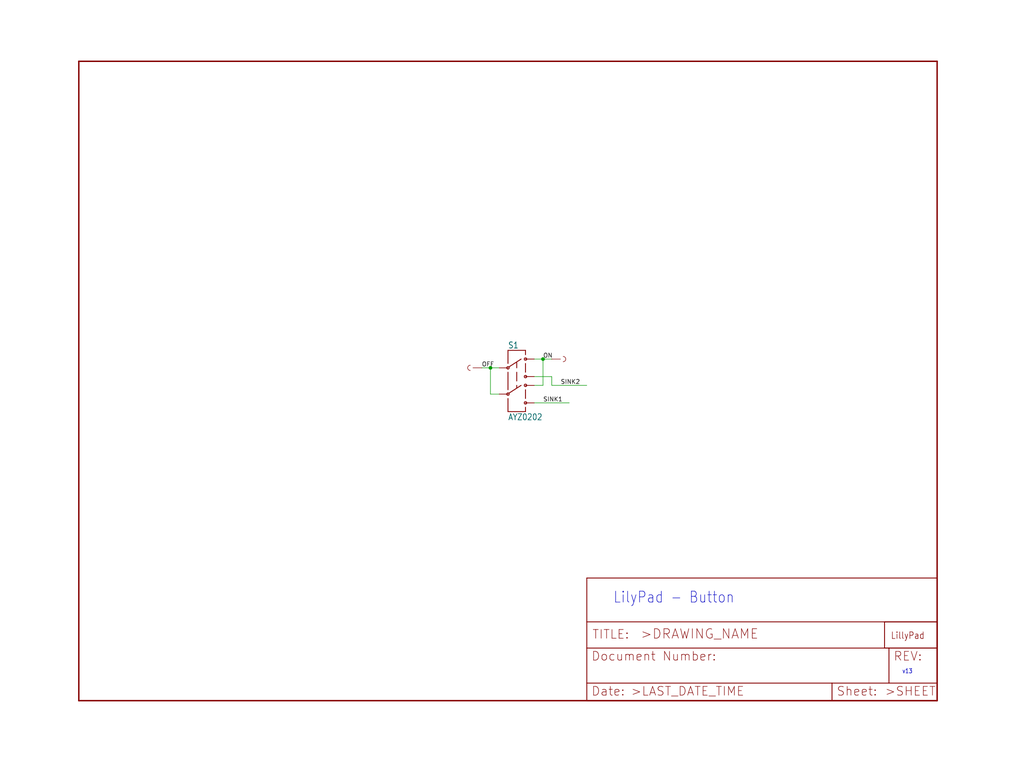
<source format=kicad_sch>
(kicad_sch (version 20211123) (generator eeschema)
  (paper "User" 297.002 223.926)
  (lib_symbols
    (symbol "eagleSchem-eagle-import:AYZ0202"
      (property "Value" "AYZ0202" (at -2.54 -12.7 0))
      (symbol "AYZ0202_1_0"
        (circle (center -2.54 -5.08) (radius 0.3592) (stroke (width 0.254)))
        (circle (center -2.54 2.54) (radius 0.3592) (stroke (width 0.254)))
        (polyline (pts (xy -2.54 -10.16) (xy 2.54 -10.16)) (stroke (width 0.254)))
        (polyline (pts (xy -2.54 -6.35) (xy -2.54 -10.16)) (stroke (width 0.254)))
        (polyline (pts (xy -2.54 1.27) (xy -2.54 -3.81)) (stroke (width 0.254)))
        (polyline (pts (xy -2.54 7.62) (xy -2.54 3.81)) (stroke (width 0.254)))
        (polyline (pts (xy -2.286 -4.826) (xy 1.27 -2.54)) (stroke (width 0.254)))
        (polyline (pts (xy 0 -2.54) (xy 0 -3.302)) (stroke (width 0.254)))
        (polyline (pts (xy 0 1.27) (xy 0 -1.27)) (stroke (width 0.254)))
        (polyline (pts (xy 0 4.064) (xy 0 2.54)) (stroke (width 0.254)))
        (polyline (pts (xy 1.27 5.08) (xy -2.286 2.794)) (stroke (width 0.254)))
        (polyline (pts (xy 2.54 -10.16) (xy 2.54 -8.89)) (stroke (width 0.254)))
        (polyline (pts (xy 2.54 -6.35) (xy 2.54 -3.81)) (stroke (width 0.254)))
        (polyline (pts (xy 2.54 3.81) (xy 2.54 1.27)) (stroke (width 0.254)))
        (polyline (pts (xy 2.54 6.35) (xy 2.54 7.62)) (stroke (width 0.254)))
        (polyline (pts (xy 2.54 7.62) (xy -2.54 7.62)) (stroke (width 0.254)))
        (circle (center 2.54 -7.62) (radius 0.3592) (stroke (width 0.254)))
        (circle (center 2.54 -2.54) (radius 0.3592) (stroke (width 0.254)))
        (circle (center 2.54 0) (radius 0.3592) (stroke (width 0.254)))
        (circle (center 2.54 5.08) (radius 0.3592) (stroke (width 0.254)))
        (pin bidirectional line (at 5.08 0 180) (length 2.54) (name "3") (number "1"))
        (pin bidirectional line (at -5.08 2.54 0) (length 2.54) (name "2") (number "2"))
        (pin bidirectional line (at 5.08 5.08 180) (length 2.54) (name "1") (number "3"))
        (pin bidirectional line (at 5.08 -7.62 180) (length 2.54) (name "6") (number "4"))
        (pin bidirectional line (at -5.08 -5.08 0) (length 2.54) (name "5") (number "5"))
        (pin bidirectional line (at 5.08 -2.54 180) (length 2.54) (name "4") (number "6"))
      )
    )
    (symbol "eagleSchem-eagle-import:FRAME-LETTER"
      (symbol "FRAME-LETTER_1_0"
        (polyline (pts (xy 0 0) (xy 248.92 0)) (stroke (width 0.4064)))
        (polyline (pts (xy 0 185.42) (xy 0 0)) (stroke (width 0.4064)))
        (polyline (pts (xy 0 185.42) (xy 248.92 185.42)) (stroke (width 0.4064)))
        (polyline (pts (xy 248.92 185.42) (xy 248.92 0)) (stroke (width 0.4064)))
      )
      (symbol "FRAME-LETTER_2_0"
        (polyline (pts (xy 0 0) (xy 0 5.08)) (stroke (width 0.254)))
        (polyline (pts (xy 0 0) (xy 71.12 0)) (stroke (width 0.254)))
        (polyline (pts (xy 0 5.08) (xy 0 15.24)) (stroke (width 0.254)))
        (polyline (pts (xy 0 5.08) (xy 71.12 5.08)) (stroke (width 0.254)))
        (polyline (pts (xy 0 15.24) (xy 0 22.86)) (stroke (width 0.254)))
        (polyline (pts (xy 0 22.86) (xy 0 35.56)) (stroke (width 0.254)))
        (polyline (pts (xy 0 22.86) (xy 101.6 22.86)) (stroke (width 0.254)))
        (polyline (pts (xy 71.12 0) (xy 101.6 0)) (stroke (width 0.254)))
        (polyline (pts (xy 71.12 5.08) (xy 71.12 0)) (stroke (width 0.254)))
        (polyline (pts (xy 71.12 5.08) (xy 87.63 5.08)) (stroke (width 0.254)))
        (polyline (pts (xy 87.63 5.08) (xy 101.6 5.08)) (stroke (width 0.254)))
        (polyline (pts (xy 87.63 15.24) (xy 0 15.24)) (stroke (width 0.254)))
        (polyline (pts (xy 87.63 15.24) (xy 87.63 5.08)) (stroke (width 0.254)))
        (polyline (pts (xy 101.6 5.08) (xy 101.6 0)) (stroke (width 0.254)))
        (polyline (pts (xy 101.6 15.24) (xy 87.63 15.24)) (stroke (width 0.254)))
        (polyline (pts (xy 101.6 15.24) (xy 101.6 5.08)) (stroke (width 0.254)))
        (polyline (pts (xy 101.6 22.86) (xy 101.6 15.24)) (stroke (width 0.254)))
        (polyline (pts (xy 101.6 35.56) (xy 0 35.56)) (stroke (width 0.254)))
        (polyline (pts (xy 101.6 35.56) (xy 101.6 22.86)) (stroke (width 0.254)))
        (text ">DRAWING_NAME" (at 15.494 17.78 0) (effects (font (size 2.7432 2.7432)) (justify left bottom)))
        (text ">LAST_DATE_TIME" (at 12.7 1.27 0) (effects (font (size 2.54 2.54)) (justify left bottom)))
        (text ">SHEET" (at 86.36 1.27 0) (effects (font (size 2.54 2.54)) (justify left bottom)))
        (text "Date:" (at 1.27 1.27 0) (effects (font (size 2.54 2.54)) (justify left bottom)))
        (text "Document Number:" (at 1.27 11.43 0) (effects (font (size 2.54 2.54)) (justify left bottom)))
        (text "REV:" (at 88.9 11.43 0) (effects (font (size 2.54 2.54)) (justify left bottom)))
        (text "Sheet:" (at 72.39 1.27 0) (effects (font (size 2.54 2.54)) (justify left bottom)))
        (text "TITLE:" (at 1.524 17.78 0) (effects (font (size 2.54 2.54)) (justify left bottom)))
      )
    )
    (symbol "eagleSchem-eagle-import:LOGO-LPL"
      (symbol "LOGO-LPL_1_0"
        (polyline (pts (xy -2.54 -2.54) (xy 12.7 -2.54)) (stroke (width 0.254)))
        (polyline (pts (xy -2.54 5.08) (xy -2.54 -2.54)) (stroke (width 0.254)))
        (polyline (pts (xy 12.7 -2.54) (xy 12.7 5.08)) (stroke (width 0.254)))
        (polyline (pts (xy 12.7 5.08) (xy -2.54 5.08)) (stroke (width 0.254)))
        (text "LillyPad" (at -0.762 0 0) (effects (font (size 1.9304 1.6408)) (justify left bottom)))
      )
    )
    (symbol "eagleSchem-eagle-import:SEWTAP8"
      (symbol "SEWTAP8_1_0"
        (polyline (pts (xy 0 0) (xy -2.54 0)) (stroke (width 0.1524)))
        (arc (start 0.762 -0.762) (mid 1.524 0) (end 0.762 0.762) (stroke (width 0.1524)))
        (pin bidirectional line (at -2.54 0 180) (length 0) (name "1") (number "1"))
      )
    )
  )
  (junction (at 142.24 106.68))
  (junction (at 157.48 104.14))
  (wire (pts (xy 142.24 114.3) (xy 144.78 114.3)))
  (wire (pts (xy 160.02 109.22) (xy 160.02 111.76)))
  (wire (pts (xy 154.94 104.14) (xy 157.48 104.14)))
  (wire (pts (xy 142.24 106.68) (xy 142.24 114.3)))
  (wire (pts (xy 157.48 104.14) (xy 157.48 111.76)))
  (wire (pts (xy 139.7 106.68) (xy 142.24 106.68)))
  (wire (pts (xy 142.24 106.68) (xy 144.78 106.68)))
  (wire (pts (xy 154.94 109.22) (xy 160.02 109.22)))
  (wire (pts (xy 157.48 104.14) (xy 160.02 104.14)))
  (wire (pts (xy 154.94 116.84) (xy 165.1 116.84)))
  (wire (pts (xy 157.48 111.76) (xy 154.94 111.76)))
  (wire (pts (xy 160.02 111.76) (xy 170.18 111.76)))
  (text "v13" (at 261.62 195.58 180) (effects (font (size 1.27 1.0795)) (justify left bottom)))
  (text "LilyPad - Button" (at 177.8 175.26 180) (effects (font (size 3.175 2.6987)) (justify left bottom)))
  (label "SINK2" (at 162.56 111.76 0) (effects (font (size 1.2446 1.2446))))
  (label "ON" (at 157.48 104.14 0) (effects (font (size 1.2446 1.2446))))
  (label "OFF" (at 139.7 106.68 0) (effects (font (size 1.2446 1.2446))))
  (label "SINK1" (at 157.48 116.84 0) (effects (font (size 1.2446 1.2446))))
  (symbol (lib_id "eagleSchem-eagle-import:FRAME-LETTER") (at 22.86 203.2 0) (unit 1)
    (property "Reference" "#FRAME1" (effects hide))
    (property "Value" "FRAME-LETTER" (effects hide))
    (property "Footprint" "eagleSchem:" (effects hide))
  )
  (symbol (lib_id "eagleSchem-eagle-import:LOGO-LPL") (at 259.08 185.42 0) (unit 1)
    (property "Reference" "LOGO1" (effects hide))
    (property "Value" "LOGO-LPL" (effects hide))
    (property "Footprint" "eagleSchem:LOGO-L" (effects hide))
  )
  (symbol (lib_id "eagleSchem-eagle-import:SEWTAP8") (at 137.16 106.68 180) (unit 1)
    (property "Reference" "SLIDEOFF0" (effects hide))
    (property "Value" "SEWTAP8" (effects hide))
    (property "Footprint" "eagleSchem:PETAL-MEDIUM-2SIDE" (effects hide))
  )
  (symbol (lib_id "eagleSchem-eagle-import:AYZ0202") (at 149.86 109.22 0) (unit 1)
    (property "Reference" "S1" (at 147.32 101.092 0) (effects (font (size 1.778 1.5113)) (justify left bottom)))
    (property "Value" "AYZ0202" (at 147.32 121.92 0) (effects (font (size 1.778 1.5113)) (justify left bottom)))
    (property "Footprint" "eagleSchem:AYZ0202" (effects hide))
  )
  (symbol (lib_id "eagleSchem-eagle-import:SEWTAP8") (at 162.56 104.14 0) (unit 1)
    (property "Reference" "SLIDEON0" (effects hide))
    (property "Value" "SEWTAP8" (effects hide))
    (property "Footprint" "eagleSchem:PETAL-MEDIUM-2SIDE" (effects hide))
  )
  (symbol (lib_id "eagleSchem-eagle-import:FRAME-LETTER") (at 170.18 203.2 0) (unit 2)
    (property "Reference" "#FRAME1" (effects hide))
    (property "Value" "FRAME-LETTER" (effects hide))
    (property "Footprint" "eagleSchem:" (effects hide))
  )
)
</source>
